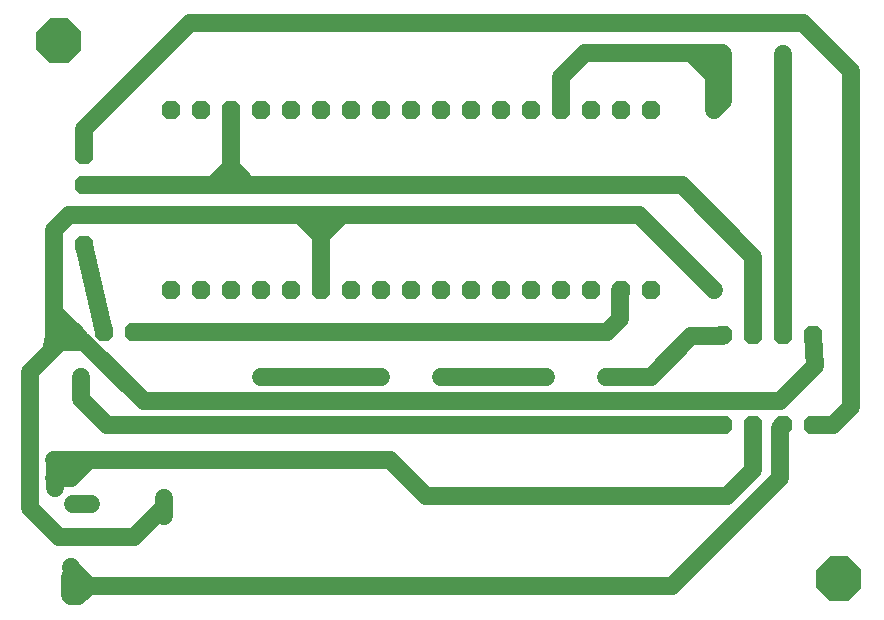
<source format=gbr>
G04 EAGLE Gerber RS-274X export*
G75*
%MOMM*%
%FSLAX34Y34*%
%LPD*%
%INBottom Copper*%
%IPPOS*%
%AMOC8*
5,1,8,0,0,1.08239X$1,22.5*%
G01*
%ADD10P,1.732040X8X22.500000*%
%ADD11C,1.320800*%
%ADD12P,1.429621X8X22.500000*%
%ADD13P,1.429621X8X202.500000*%
%ADD14C,1.508000*%
%ADD15P,1.429621X8X112.500000*%
%ADD16P,4.123906X8X22.500000*%
%ADD17C,1.500000*%


D10*
X108200Y253600D03*
D11*
X317100Y215500D03*
D12*
X367900Y215500D03*
D11*
X507600Y215500D03*
D13*
X456800Y215500D03*
X657700Y489100D03*
X606900Y489100D03*
D10*
X606900Y175100D03*
X632300Y175100D03*
X683100Y251300D03*
X657700Y251300D03*
X657700Y175100D03*
X683100Y175100D03*
X632300Y251300D03*
X606900Y251300D03*
D14*
X133900Y113440D02*
X133900Y98360D01*
X40900Y121360D02*
X40900Y136440D01*
X53900Y46440D02*
X53900Y31360D01*
X56360Y107900D02*
X71440Y107900D01*
D10*
X57400Y253600D03*
D13*
X215500Y215500D03*
X63100Y215500D03*
D15*
X599400Y289300D03*
X599400Y441700D03*
D10*
X82800Y253600D03*
X139300Y289400D03*
X164700Y289400D03*
X190100Y289400D03*
X215500Y289400D03*
X240900Y289400D03*
X291700Y289400D03*
X317100Y289400D03*
X342500Y289400D03*
X367900Y289400D03*
X393300Y289400D03*
X418700Y289400D03*
X444100Y289400D03*
X469500Y289400D03*
X494900Y289400D03*
X545700Y289400D03*
X266300Y289400D03*
X520300Y289400D03*
X139300Y441800D03*
X164700Y441800D03*
X240900Y441800D03*
X266300Y441800D03*
X291700Y441800D03*
X317100Y441800D03*
X342500Y441800D03*
X367900Y441800D03*
X393300Y441800D03*
X418700Y441800D03*
X444100Y441800D03*
X494900Y441800D03*
X520300Y441800D03*
X545700Y441800D03*
X190100Y441800D03*
X215500Y441800D03*
X469500Y441800D03*
X65400Y378300D03*
X65400Y403700D03*
X65400Y327500D03*
X65400Y352900D03*
D16*
X45000Y500000D03*
X705000Y45000D03*
D17*
X55000Y53900D02*
X55000Y55000D01*
X55000Y53900D02*
X70000Y38900D01*
X55000Y37800D02*
X53900Y38900D01*
X55000Y37800D02*
X55000Y29960D01*
X61060Y29960D01*
X70000Y38900D01*
X655000Y172400D02*
X657700Y175100D01*
X655000Y172400D02*
X655000Y130000D01*
X563900Y38900D01*
X70000Y38900D01*
X632300Y137300D02*
X632300Y175100D01*
X632300Y137300D02*
X610000Y115000D01*
X40900Y128900D02*
X40900Y144100D01*
X40000Y145000D01*
X325000Y145000D02*
X355000Y115000D01*
X610000Y115000D01*
X325000Y145000D02*
X70000Y145000D01*
X40000Y145000D01*
X55000Y130000D02*
X70000Y145000D01*
X55000Y130000D02*
X40000Y130000D01*
X65400Y352900D02*
X248400Y352900D01*
X265000Y352900D01*
X284200Y352900D01*
X535800Y352900D01*
X599400Y289300D01*
X266300Y289400D02*
X266300Y335000D01*
X266300Y351600D01*
X265000Y352900D01*
X266300Y335000D02*
X284200Y352900D01*
X266300Y335000D02*
X248400Y352900D01*
X57400Y253600D02*
X40000Y271000D01*
X40000Y340000D01*
X52900Y352900D01*
X65400Y352900D01*
X683100Y251300D02*
X685000Y225000D01*
X655000Y195000D01*
X116435Y195000D02*
X65718Y245718D01*
X116435Y195000D02*
X655000Y195000D01*
X133900Y105900D02*
X108000Y80000D01*
X45000Y80000D01*
X20000Y105000D01*
X20000Y220000D01*
X37500Y237500D01*
X45718Y245718D02*
X50000Y250000D01*
X40000Y260000D01*
X40000Y271000D01*
X57400Y253600D02*
X53800Y250000D01*
X40000Y250000D01*
X40000Y260000D01*
X57400Y253600D02*
X65282Y245718D01*
X65718Y245718D01*
X57400Y253600D02*
X53600Y253600D01*
X50000Y250000D01*
X45718Y245718D02*
X37500Y237500D01*
X45718Y245718D02*
X65282Y245718D01*
X40000Y250000D02*
X37500Y237500D01*
X82800Y253600D02*
X65400Y327500D01*
X683100Y175100D02*
X683200Y175000D01*
X700000Y175000D01*
X715240Y190240D01*
X715240Y474760D01*
X674760Y515240D01*
X65400Y425400D02*
X65400Y403700D01*
X155240Y515240D02*
X674760Y515240D01*
X155240Y515240D02*
X65400Y425400D01*
X65400Y378300D02*
X175000Y378300D01*
X190000Y378300D01*
X205000Y378300D01*
X571700Y378300D01*
X632300Y317700D02*
X632300Y251300D01*
X632300Y317700D02*
X571700Y378300D01*
X190100Y441800D02*
X190000Y441700D01*
X190000Y393300D01*
X190000Y378300D01*
X175000Y378300D02*
X190000Y393300D01*
X205000Y378300D01*
X657700Y489100D02*
X657700Y251300D01*
X606900Y489100D02*
X606000Y490000D01*
X580000Y490000D02*
X490000Y490000D01*
X580000Y490000D02*
X595000Y490000D01*
X606000Y490000D01*
X469500Y469500D02*
X469500Y441800D01*
X469500Y469500D02*
X490000Y490000D01*
X606900Y489100D02*
X606900Y475000D01*
X606900Y449200D01*
X599400Y441700D01*
X595000Y486900D02*
X595000Y490000D01*
X599400Y482500D02*
X606900Y475000D01*
X599400Y470600D02*
X599400Y441700D01*
X599400Y470600D02*
X599400Y482500D01*
X595000Y486900D01*
X580000Y490000D02*
X599400Y470600D01*
X606900Y251300D02*
X605600Y250000D01*
X580000Y250000D01*
X545500Y215500D02*
X507600Y215500D01*
X545500Y215500D02*
X580000Y250000D01*
X456800Y215500D02*
X367900Y215500D01*
X63100Y215500D02*
X63100Y196900D01*
X85000Y175000D01*
X606800Y175000D01*
X606900Y175100D01*
X317100Y215500D02*
X215500Y215500D01*
X520000Y289100D02*
X520300Y289400D01*
X520000Y289100D02*
X520000Y265000D01*
X508600Y253600D02*
X108200Y253600D01*
X508600Y253600D02*
X520000Y265000D01*
M02*

</source>
